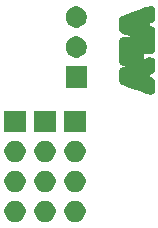
<source format=gbs>
G04 #@! TF.GenerationSoftware,KiCad,Pcbnew,(5.1.5)-3*
G04 #@! TF.CreationDate,2020-09-29T13:04:07-07:00*
G04 #@! TF.ProjectId,can_servo_x3_breakout,63616e5f-7365-4727-966f-5f78335f6272,rev?*
G04 #@! TF.SameCoordinates,Original*
G04 #@! TF.FileFunction,Soldermask,Bot*
G04 #@! TF.FilePolarity,Negative*
%FSLAX46Y46*%
G04 Gerber Fmt 4.6, Leading zero omitted, Abs format (unit mm)*
G04 Created by KiCad (PCBNEW (5.1.5)-3) date 2020-09-29 13:04:07*
%MOMM*%
%LPD*%
G04 APERTURE LIST*
%ADD10C,0.010000*%
%ADD11C,0.100000*%
G04 APERTURE END LIST*
D10*
G36*
X225882799Y-76251316D02*
G01*
X225885121Y-76374800D01*
X225889954Y-76464813D01*
X225898085Y-76530013D01*
X225910302Y-76579061D01*
X225927392Y-76620617D01*
X225931616Y-76629089D01*
X225944108Y-76653889D01*
X225956692Y-76675591D01*
X225973234Y-76695898D01*
X225997596Y-76716515D01*
X226033643Y-76739147D01*
X226085237Y-76765497D01*
X226156243Y-76797271D01*
X226250523Y-76836172D01*
X226371943Y-76883906D01*
X226524365Y-76942176D01*
X226711653Y-77012687D01*
X226937671Y-77097144D01*
X227206282Y-77197250D01*
X227291596Y-77229041D01*
X227560513Y-77328987D01*
X227786504Y-77412029D01*
X227974123Y-77479325D01*
X228127925Y-77532034D01*
X228252464Y-77571314D01*
X228352295Y-77598324D01*
X228431971Y-77614223D01*
X228496048Y-77620167D01*
X228549079Y-77617317D01*
X228595619Y-77606830D01*
X228640223Y-77589865D01*
X228665127Y-77578408D01*
X228728827Y-77541705D01*
X228776724Y-77495727D01*
X228810952Y-77433224D01*
X228833646Y-77346944D01*
X228846938Y-77229637D01*
X228852963Y-77074051D01*
X228854000Y-76936600D01*
X228853273Y-76778061D01*
X228850492Y-76661074D01*
X228844752Y-76576403D01*
X228835151Y-76514813D01*
X228820785Y-76467068D01*
X228804583Y-76431310D01*
X228747477Y-76356322D01*
X228655391Y-76292529D01*
X228521763Y-76235861D01*
X228453950Y-76213896D01*
X228418930Y-76195973D01*
X228401926Y-76160183D01*
X228396899Y-76091637D01*
X228396800Y-76073000D01*
X228400180Y-75996251D01*
X228414349Y-75955190D01*
X228445344Y-75934927D01*
X228453950Y-75932103D01*
X228606372Y-75877171D01*
X228714579Y-75816770D01*
X228785134Y-75746831D01*
X228804583Y-75714689D01*
X228823939Y-75670475D01*
X228837569Y-75619864D01*
X228846429Y-75553370D01*
X228851475Y-75461508D01*
X228853660Y-75334791D01*
X228854000Y-75223973D01*
X228851869Y-75040315D01*
X228844023Y-74899848D01*
X228828278Y-74795088D01*
X228802454Y-74718548D01*
X228764368Y-74662744D01*
X228711838Y-74620189D01*
X228671320Y-74597310D01*
X228556644Y-74558662D01*
X228425296Y-74554012D01*
X228269833Y-74583753D01*
X228142799Y-74625200D01*
X228048622Y-74659489D01*
X227974181Y-74685774D01*
X227931066Y-74699997D01*
X227925167Y-74701400D01*
X227920664Y-74677750D01*
X227917058Y-74613795D01*
X227914779Y-74520031D01*
X227914200Y-74434700D01*
X227914200Y-74168000D01*
X228245411Y-74168000D01*
X228390217Y-74166783D01*
X228494964Y-74162322D01*
X228570352Y-74153405D01*
X228627081Y-74138818D01*
X228671320Y-74119689D01*
X228717221Y-74094768D01*
X228754655Y-74068022D01*
X228784486Y-74034300D01*
X228807575Y-73988455D01*
X228824785Y-73925339D01*
X228836979Y-73839804D01*
X228845020Y-73726700D01*
X228849770Y-73580881D01*
X228852093Y-73397196D01*
X228852850Y-73170499D01*
X228852911Y-73035997D01*
X228852753Y-72803495D01*
X228852054Y-72616142D01*
X228850526Y-72468283D01*
X228847876Y-72354268D01*
X228843814Y-72268444D01*
X228838048Y-72205159D01*
X228830289Y-72158760D01*
X228820244Y-72123597D01*
X228807624Y-72094017D01*
X228804062Y-72086890D01*
X228746526Y-72011964D01*
X228653084Y-71947951D01*
X228517484Y-71890990D01*
X228453950Y-71870496D01*
X228418930Y-71852573D01*
X228401926Y-71816783D01*
X228396899Y-71748237D01*
X228396800Y-71729600D01*
X228400180Y-71652851D01*
X228414349Y-71611790D01*
X228445344Y-71591527D01*
X228453950Y-71588703D01*
X228606372Y-71533771D01*
X228714579Y-71473370D01*
X228785134Y-71403431D01*
X228804583Y-71371289D01*
X228823721Y-71327778D01*
X228837206Y-71278300D01*
X228845947Y-71213491D01*
X228850855Y-71123984D01*
X228852837Y-71000416D01*
X228852935Y-70873361D01*
X228851656Y-70714535D01*
X228848210Y-70597504D01*
X228841730Y-70513279D01*
X228831349Y-70452873D01*
X228816198Y-70407298D01*
X228805890Y-70385994D01*
X228750509Y-70313998D01*
X228678504Y-70256415D01*
X228673605Y-70253709D01*
X228628967Y-70231796D01*
X228584540Y-70216085D01*
X228535816Y-70207703D01*
X228478282Y-70207777D01*
X228407429Y-70217432D01*
X228318745Y-70237795D01*
X228207721Y-70269992D01*
X228069846Y-70315150D01*
X227900609Y-70374394D01*
X227695500Y-70448852D01*
X227450008Y-70539649D01*
X227290360Y-70599116D01*
X227008987Y-70704054D01*
X226771308Y-70792840D01*
X226573458Y-70867180D01*
X226411573Y-70928779D01*
X226281789Y-70979344D01*
X226180242Y-71020579D01*
X226103068Y-71054192D01*
X226046402Y-71081886D01*
X226006381Y-71105369D01*
X225979140Y-71126347D01*
X225960814Y-71146524D01*
X225947540Y-71167607D01*
X225935454Y-71191301D01*
X225931616Y-71198910D01*
X225913418Y-71239996D01*
X225900255Y-71286780D01*
X225891342Y-71347922D01*
X225885890Y-71432081D01*
X225883112Y-71547917D01*
X225882221Y-71704090D01*
X225882200Y-71742300D01*
X225882787Y-71907710D01*
X225885080Y-72031013D01*
X225889874Y-72120894D01*
X225897968Y-72186037D01*
X225910156Y-72235129D01*
X225927235Y-72276852D01*
X225932120Y-72286675D01*
X225951493Y-72320648D01*
X225975719Y-72350828D01*
X226010211Y-72379865D01*
X226060378Y-72410411D01*
X226131634Y-72445117D01*
X226229389Y-72486636D01*
X226359055Y-72537619D01*
X226526044Y-72600716D01*
X226720336Y-72672872D01*
X227088572Y-72809100D01*
X226606036Y-72821800D01*
X226415898Y-72827772D01*
X226269547Y-72835665D01*
X226159972Y-72847366D01*
X226080159Y-72864765D01*
X226023095Y-72889749D01*
X225981769Y-72924207D01*
X225949168Y-72970027D01*
X225930962Y-73003593D01*
X225918028Y-73031838D01*
X225907597Y-73064252D01*
X225899402Y-73106298D01*
X225893177Y-73163439D01*
X225888653Y-73241139D01*
X225885565Y-73344860D01*
X225883644Y-73480066D01*
X225882624Y-73652219D01*
X225882238Y-73866783D01*
X225882200Y-74001026D01*
X225882416Y-74242604D01*
X225883225Y-74438777D01*
X225884864Y-74594938D01*
X225887573Y-74716481D01*
X225891590Y-74808800D01*
X225897154Y-74877287D01*
X225904504Y-74927337D01*
X225913878Y-74964343D01*
X225925515Y-74993699D01*
X225926191Y-74995127D01*
X225979311Y-75075402D01*
X226054608Y-75131379D01*
X226159677Y-75166134D01*
X226302109Y-75182743D01*
X226395538Y-75185241D01*
X226631500Y-75186483D01*
X226466400Y-75248817D01*
X226285922Y-75317175D01*
X226147025Y-75374093D01*
X226044270Y-75427362D01*
X225972220Y-75484772D01*
X225925436Y-75554114D01*
X225898480Y-75643178D01*
X225885913Y-75759755D01*
X225882296Y-75911636D01*
X225882200Y-76085700D01*
X225882799Y-76251316D01*
G37*
X225882799Y-76251316D02*
X225885121Y-76374800D01*
X225889954Y-76464813D01*
X225898085Y-76530013D01*
X225910302Y-76579061D01*
X225927392Y-76620617D01*
X225931616Y-76629089D01*
X225944108Y-76653889D01*
X225956692Y-76675591D01*
X225973234Y-76695898D01*
X225997596Y-76716515D01*
X226033643Y-76739147D01*
X226085237Y-76765497D01*
X226156243Y-76797271D01*
X226250523Y-76836172D01*
X226371943Y-76883906D01*
X226524365Y-76942176D01*
X226711653Y-77012687D01*
X226937671Y-77097144D01*
X227206282Y-77197250D01*
X227291596Y-77229041D01*
X227560513Y-77328987D01*
X227786504Y-77412029D01*
X227974123Y-77479325D01*
X228127925Y-77532034D01*
X228252464Y-77571314D01*
X228352295Y-77598324D01*
X228431971Y-77614223D01*
X228496048Y-77620167D01*
X228549079Y-77617317D01*
X228595619Y-77606830D01*
X228640223Y-77589865D01*
X228665127Y-77578408D01*
X228728827Y-77541705D01*
X228776724Y-77495727D01*
X228810952Y-77433224D01*
X228833646Y-77346944D01*
X228846938Y-77229637D01*
X228852963Y-77074051D01*
X228854000Y-76936600D01*
X228853273Y-76778061D01*
X228850492Y-76661074D01*
X228844752Y-76576403D01*
X228835151Y-76514813D01*
X228820785Y-76467068D01*
X228804583Y-76431310D01*
X228747477Y-76356322D01*
X228655391Y-76292529D01*
X228521763Y-76235861D01*
X228453950Y-76213896D01*
X228418930Y-76195973D01*
X228401926Y-76160183D01*
X228396899Y-76091637D01*
X228396800Y-76073000D01*
X228400180Y-75996251D01*
X228414349Y-75955190D01*
X228445344Y-75934927D01*
X228453950Y-75932103D01*
X228606372Y-75877171D01*
X228714579Y-75816770D01*
X228785134Y-75746831D01*
X228804583Y-75714689D01*
X228823939Y-75670475D01*
X228837569Y-75619864D01*
X228846429Y-75553370D01*
X228851475Y-75461508D01*
X228853660Y-75334791D01*
X228854000Y-75223973D01*
X228851869Y-75040315D01*
X228844023Y-74899848D01*
X228828278Y-74795088D01*
X228802454Y-74718548D01*
X228764368Y-74662744D01*
X228711838Y-74620189D01*
X228671320Y-74597310D01*
X228556644Y-74558662D01*
X228425296Y-74554012D01*
X228269833Y-74583753D01*
X228142799Y-74625200D01*
X228048622Y-74659489D01*
X227974181Y-74685774D01*
X227931066Y-74699997D01*
X227925167Y-74701400D01*
X227920664Y-74677750D01*
X227917058Y-74613795D01*
X227914779Y-74520031D01*
X227914200Y-74434700D01*
X227914200Y-74168000D01*
X228245411Y-74168000D01*
X228390217Y-74166783D01*
X228494964Y-74162322D01*
X228570352Y-74153405D01*
X228627081Y-74138818D01*
X228671320Y-74119689D01*
X228717221Y-74094768D01*
X228754655Y-74068022D01*
X228784486Y-74034300D01*
X228807575Y-73988455D01*
X228824785Y-73925339D01*
X228836979Y-73839804D01*
X228845020Y-73726700D01*
X228849770Y-73580881D01*
X228852093Y-73397196D01*
X228852850Y-73170499D01*
X228852911Y-73035997D01*
X228852753Y-72803495D01*
X228852054Y-72616142D01*
X228850526Y-72468283D01*
X228847876Y-72354268D01*
X228843814Y-72268444D01*
X228838048Y-72205159D01*
X228830289Y-72158760D01*
X228820244Y-72123597D01*
X228807624Y-72094017D01*
X228804062Y-72086890D01*
X228746526Y-72011964D01*
X228653084Y-71947951D01*
X228517484Y-71890990D01*
X228453950Y-71870496D01*
X228418930Y-71852573D01*
X228401926Y-71816783D01*
X228396899Y-71748237D01*
X228396800Y-71729600D01*
X228400180Y-71652851D01*
X228414349Y-71611790D01*
X228445344Y-71591527D01*
X228453950Y-71588703D01*
X228606372Y-71533771D01*
X228714579Y-71473370D01*
X228785134Y-71403431D01*
X228804583Y-71371289D01*
X228823721Y-71327778D01*
X228837206Y-71278300D01*
X228845947Y-71213491D01*
X228850855Y-71123984D01*
X228852837Y-71000416D01*
X228852935Y-70873361D01*
X228851656Y-70714535D01*
X228848210Y-70597504D01*
X228841730Y-70513279D01*
X228831349Y-70452873D01*
X228816198Y-70407298D01*
X228805890Y-70385994D01*
X228750509Y-70313998D01*
X228678504Y-70256415D01*
X228673605Y-70253709D01*
X228628967Y-70231796D01*
X228584540Y-70216085D01*
X228535816Y-70207703D01*
X228478282Y-70207777D01*
X228407429Y-70217432D01*
X228318745Y-70237795D01*
X228207721Y-70269992D01*
X228069846Y-70315150D01*
X227900609Y-70374394D01*
X227695500Y-70448852D01*
X227450008Y-70539649D01*
X227290360Y-70599116D01*
X227008987Y-70704054D01*
X226771308Y-70792840D01*
X226573458Y-70867180D01*
X226411573Y-70928779D01*
X226281789Y-70979344D01*
X226180242Y-71020579D01*
X226103068Y-71054192D01*
X226046402Y-71081886D01*
X226006381Y-71105369D01*
X225979140Y-71126347D01*
X225960814Y-71146524D01*
X225947540Y-71167607D01*
X225935454Y-71191301D01*
X225931616Y-71198910D01*
X225913418Y-71239996D01*
X225900255Y-71286780D01*
X225891342Y-71347922D01*
X225885890Y-71432081D01*
X225883112Y-71547917D01*
X225882221Y-71704090D01*
X225882200Y-71742300D01*
X225882787Y-71907710D01*
X225885080Y-72031013D01*
X225889874Y-72120894D01*
X225897968Y-72186037D01*
X225910156Y-72235129D01*
X225927235Y-72276852D01*
X225932120Y-72286675D01*
X225951493Y-72320648D01*
X225975719Y-72350828D01*
X226010211Y-72379865D01*
X226060378Y-72410411D01*
X226131634Y-72445117D01*
X226229389Y-72486636D01*
X226359055Y-72537619D01*
X226526044Y-72600716D01*
X226720336Y-72672872D01*
X227088572Y-72809100D01*
X226606036Y-72821800D01*
X226415898Y-72827772D01*
X226269547Y-72835665D01*
X226159972Y-72847366D01*
X226080159Y-72864765D01*
X226023095Y-72889749D01*
X225981769Y-72924207D01*
X225949168Y-72970027D01*
X225930962Y-73003593D01*
X225918028Y-73031838D01*
X225907597Y-73064252D01*
X225899402Y-73106298D01*
X225893177Y-73163439D01*
X225888653Y-73241139D01*
X225885565Y-73344860D01*
X225883644Y-73480066D01*
X225882624Y-73652219D01*
X225882238Y-73866783D01*
X225882200Y-74001026D01*
X225882416Y-74242604D01*
X225883225Y-74438777D01*
X225884864Y-74594938D01*
X225887573Y-74716481D01*
X225891590Y-74808800D01*
X225897154Y-74877287D01*
X225904504Y-74927337D01*
X225913878Y-74964343D01*
X225925515Y-74993699D01*
X225926191Y-74995127D01*
X225979311Y-75075402D01*
X226054608Y-75131379D01*
X226159677Y-75166134D01*
X226302109Y-75182743D01*
X226395538Y-75185241D01*
X226631500Y-75186483D01*
X226466400Y-75248817D01*
X226285922Y-75317175D01*
X226147025Y-75374093D01*
X226044270Y-75427362D01*
X225972220Y-75484772D01*
X225925436Y-75554114D01*
X225898480Y-75643178D01*
X225885913Y-75759755D01*
X225882296Y-75911636D01*
X225882200Y-76085700D01*
X225882799Y-76251316D01*
D11*
G36*
X219721912Y-86683127D02*
G01*
X219871212Y-86712824D01*
X220035184Y-86780744D01*
X220182754Y-86879347D01*
X220308253Y-87004846D01*
X220406856Y-87152416D01*
X220474776Y-87316388D01*
X220509400Y-87490459D01*
X220509400Y-87667941D01*
X220474776Y-87842012D01*
X220406856Y-88005984D01*
X220308253Y-88153554D01*
X220182754Y-88279053D01*
X220035184Y-88377656D01*
X219871212Y-88445576D01*
X219721912Y-88475273D01*
X219697142Y-88480200D01*
X219519658Y-88480200D01*
X219494888Y-88475273D01*
X219345588Y-88445576D01*
X219181616Y-88377656D01*
X219034046Y-88279053D01*
X218908547Y-88153554D01*
X218809944Y-88005984D01*
X218742024Y-87842012D01*
X218707400Y-87667941D01*
X218707400Y-87490459D01*
X218742024Y-87316388D01*
X218809944Y-87152416D01*
X218908547Y-87004846D01*
X219034046Y-86879347D01*
X219181616Y-86780744D01*
X219345588Y-86712824D01*
X219494888Y-86683127D01*
X219519658Y-86678200D01*
X219697142Y-86678200D01*
X219721912Y-86683127D01*
G37*
G36*
X217181912Y-86683127D02*
G01*
X217331212Y-86712824D01*
X217495184Y-86780744D01*
X217642754Y-86879347D01*
X217768253Y-87004846D01*
X217866856Y-87152416D01*
X217934776Y-87316388D01*
X217969400Y-87490459D01*
X217969400Y-87667941D01*
X217934776Y-87842012D01*
X217866856Y-88005984D01*
X217768253Y-88153554D01*
X217642754Y-88279053D01*
X217495184Y-88377656D01*
X217331212Y-88445576D01*
X217181912Y-88475273D01*
X217157142Y-88480200D01*
X216979658Y-88480200D01*
X216954888Y-88475273D01*
X216805588Y-88445576D01*
X216641616Y-88377656D01*
X216494046Y-88279053D01*
X216368547Y-88153554D01*
X216269944Y-88005984D01*
X216202024Y-87842012D01*
X216167400Y-87667941D01*
X216167400Y-87490459D01*
X216202024Y-87316388D01*
X216269944Y-87152416D01*
X216368547Y-87004846D01*
X216494046Y-86879347D01*
X216641616Y-86780744D01*
X216805588Y-86712824D01*
X216954888Y-86683127D01*
X216979658Y-86678200D01*
X217157142Y-86678200D01*
X217181912Y-86683127D01*
G37*
G36*
X222261912Y-86683127D02*
G01*
X222411212Y-86712824D01*
X222575184Y-86780744D01*
X222722754Y-86879347D01*
X222848253Y-87004846D01*
X222946856Y-87152416D01*
X223014776Y-87316388D01*
X223049400Y-87490459D01*
X223049400Y-87667941D01*
X223014776Y-87842012D01*
X222946856Y-88005984D01*
X222848253Y-88153554D01*
X222722754Y-88279053D01*
X222575184Y-88377656D01*
X222411212Y-88445576D01*
X222261912Y-88475273D01*
X222237142Y-88480200D01*
X222059658Y-88480200D01*
X222034888Y-88475273D01*
X221885588Y-88445576D01*
X221721616Y-88377656D01*
X221574046Y-88279053D01*
X221448547Y-88153554D01*
X221349944Y-88005984D01*
X221282024Y-87842012D01*
X221247400Y-87667941D01*
X221247400Y-87490459D01*
X221282024Y-87316388D01*
X221349944Y-87152416D01*
X221448547Y-87004846D01*
X221574046Y-86879347D01*
X221721616Y-86780744D01*
X221885588Y-86712824D01*
X222034888Y-86683127D01*
X222059658Y-86678200D01*
X222237142Y-86678200D01*
X222261912Y-86683127D01*
G37*
G36*
X217181912Y-84143127D02*
G01*
X217331212Y-84172824D01*
X217495184Y-84240744D01*
X217642754Y-84339347D01*
X217768253Y-84464846D01*
X217866856Y-84612416D01*
X217934776Y-84776388D01*
X217969400Y-84950459D01*
X217969400Y-85127941D01*
X217934776Y-85302012D01*
X217866856Y-85465984D01*
X217768253Y-85613554D01*
X217642754Y-85739053D01*
X217495184Y-85837656D01*
X217331212Y-85905576D01*
X217181912Y-85935273D01*
X217157142Y-85940200D01*
X216979658Y-85940200D01*
X216954888Y-85935273D01*
X216805588Y-85905576D01*
X216641616Y-85837656D01*
X216494046Y-85739053D01*
X216368547Y-85613554D01*
X216269944Y-85465984D01*
X216202024Y-85302012D01*
X216167400Y-85127941D01*
X216167400Y-84950459D01*
X216202024Y-84776388D01*
X216269944Y-84612416D01*
X216368547Y-84464846D01*
X216494046Y-84339347D01*
X216641616Y-84240744D01*
X216805588Y-84172824D01*
X216954888Y-84143127D01*
X216979658Y-84138200D01*
X217157142Y-84138200D01*
X217181912Y-84143127D01*
G37*
G36*
X219721912Y-84143127D02*
G01*
X219871212Y-84172824D01*
X220035184Y-84240744D01*
X220182754Y-84339347D01*
X220308253Y-84464846D01*
X220406856Y-84612416D01*
X220474776Y-84776388D01*
X220509400Y-84950459D01*
X220509400Y-85127941D01*
X220474776Y-85302012D01*
X220406856Y-85465984D01*
X220308253Y-85613554D01*
X220182754Y-85739053D01*
X220035184Y-85837656D01*
X219871212Y-85905576D01*
X219721912Y-85935273D01*
X219697142Y-85940200D01*
X219519658Y-85940200D01*
X219494888Y-85935273D01*
X219345588Y-85905576D01*
X219181616Y-85837656D01*
X219034046Y-85739053D01*
X218908547Y-85613554D01*
X218809944Y-85465984D01*
X218742024Y-85302012D01*
X218707400Y-85127941D01*
X218707400Y-84950459D01*
X218742024Y-84776388D01*
X218809944Y-84612416D01*
X218908547Y-84464846D01*
X219034046Y-84339347D01*
X219181616Y-84240744D01*
X219345588Y-84172824D01*
X219494888Y-84143127D01*
X219519658Y-84138200D01*
X219697142Y-84138200D01*
X219721912Y-84143127D01*
G37*
G36*
X222261912Y-84143127D02*
G01*
X222411212Y-84172824D01*
X222575184Y-84240744D01*
X222722754Y-84339347D01*
X222848253Y-84464846D01*
X222946856Y-84612416D01*
X223014776Y-84776388D01*
X223049400Y-84950459D01*
X223049400Y-85127941D01*
X223014776Y-85302012D01*
X222946856Y-85465984D01*
X222848253Y-85613554D01*
X222722754Y-85739053D01*
X222575184Y-85837656D01*
X222411212Y-85905576D01*
X222261912Y-85935273D01*
X222237142Y-85940200D01*
X222059658Y-85940200D01*
X222034888Y-85935273D01*
X221885588Y-85905576D01*
X221721616Y-85837656D01*
X221574046Y-85739053D01*
X221448547Y-85613554D01*
X221349944Y-85465984D01*
X221282024Y-85302012D01*
X221247400Y-85127941D01*
X221247400Y-84950459D01*
X221282024Y-84776388D01*
X221349944Y-84612416D01*
X221448547Y-84464846D01*
X221574046Y-84339347D01*
X221721616Y-84240744D01*
X221885588Y-84172824D01*
X222034888Y-84143127D01*
X222059658Y-84138200D01*
X222237142Y-84138200D01*
X222261912Y-84143127D01*
G37*
G36*
X222261912Y-81603127D02*
G01*
X222411212Y-81632824D01*
X222575184Y-81700744D01*
X222722754Y-81799347D01*
X222848253Y-81924846D01*
X222946856Y-82072416D01*
X223014776Y-82236388D01*
X223049400Y-82410459D01*
X223049400Y-82587941D01*
X223014776Y-82762012D01*
X222946856Y-82925984D01*
X222848253Y-83073554D01*
X222722754Y-83199053D01*
X222575184Y-83297656D01*
X222411212Y-83365576D01*
X222261912Y-83395273D01*
X222237142Y-83400200D01*
X222059658Y-83400200D01*
X222034888Y-83395273D01*
X221885588Y-83365576D01*
X221721616Y-83297656D01*
X221574046Y-83199053D01*
X221448547Y-83073554D01*
X221349944Y-82925984D01*
X221282024Y-82762012D01*
X221247400Y-82587941D01*
X221247400Y-82410459D01*
X221282024Y-82236388D01*
X221349944Y-82072416D01*
X221448547Y-81924846D01*
X221574046Y-81799347D01*
X221721616Y-81700744D01*
X221885588Y-81632824D01*
X222034888Y-81603127D01*
X222059658Y-81598200D01*
X222237142Y-81598200D01*
X222261912Y-81603127D01*
G37*
G36*
X217181912Y-81603127D02*
G01*
X217331212Y-81632824D01*
X217495184Y-81700744D01*
X217642754Y-81799347D01*
X217768253Y-81924846D01*
X217866856Y-82072416D01*
X217934776Y-82236388D01*
X217969400Y-82410459D01*
X217969400Y-82587941D01*
X217934776Y-82762012D01*
X217866856Y-82925984D01*
X217768253Y-83073554D01*
X217642754Y-83199053D01*
X217495184Y-83297656D01*
X217331212Y-83365576D01*
X217181912Y-83395273D01*
X217157142Y-83400200D01*
X216979658Y-83400200D01*
X216954888Y-83395273D01*
X216805588Y-83365576D01*
X216641616Y-83297656D01*
X216494046Y-83199053D01*
X216368547Y-83073554D01*
X216269944Y-82925984D01*
X216202024Y-82762012D01*
X216167400Y-82587941D01*
X216167400Y-82410459D01*
X216202024Y-82236388D01*
X216269944Y-82072416D01*
X216368547Y-81924846D01*
X216494046Y-81799347D01*
X216641616Y-81700744D01*
X216805588Y-81632824D01*
X216954888Y-81603127D01*
X216979658Y-81598200D01*
X217157142Y-81598200D01*
X217181912Y-81603127D01*
G37*
G36*
X219721912Y-81603127D02*
G01*
X219871212Y-81632824D01*
X220035184Y-81700744D01*
X220182754Y-81799347D01*
X220308253Y-81924846D01*
X220406856Y-82072416D01*
X220474776Y-82236388D01*
X220509400Y-82410459D01*
X220509400Y-82587941D01*
X220474776Y-82762012D01*
X220406856Y-82925984D01*
X220308253Y-83073554D01*
X220182754Y-83199053D01*
X220035184Y-83297656D01*
X219871212Y-83365576D01*
X219721912Y-83395273D01*
X219697142Y-83400200D01*
X219519658Y-83400200D01*
X219494888Y-83395273D01*
X219345588Y-83365576D01*
X219181616Y-83297656D01*
X219034046Y-83199053D01*
X218908547Y-83073554D01*
X218809944Y-82925984D01*
X218742024Y-82762012D01*
X218707400Y-82587941D01*
X218707400Y-82410459D01*
X218742024Y-82236388D01*
X218809944Y-82072416D01*
X218908547Y-81924846D01*
X219034046Y-81799347D01*
X219181616Y-81700744D01*
X219345588Y-81632824D01*
X219494888Y-81603127D01*
X219519658Y-81598200D01*
X219697142Y-81598200D01*
X219721912Y-81603127D01*
G37*
G36*
X223049400Y-80860200D02*
G01*
X221247400Y-80860200D01*
X221247400Y-79058200D01*
X223049400Y-79058200D01*
X223049400Y-80860200D01*
G37*
G36*
X217969400Y-80860200D02*
G01*
X216167400Y-80860200D01*
X216167400Y-79058200D01*
X217969400Y-79058200D01*
X217969400Y-80860200D01*
G37*
G36*
X220509400Y-80860200D02*
G01*
X218707400Y-80860200D01*
X218707400Y-79058200D01*
X220509400Y-79058200D01*
X220509400Y-80860200D01*
G37*
G36*
X223151000Y-77101000D02*
G01*
X221349000Y-77101000D01*
X221349000Y-75299000D01*
X223151000Y-75299000D01*
X223151000Y-77101000D01*
G37*
G36*
X222363512Y-72763927D02*
G01*
X222512812Y-72793624D01*
X222676784Y-72861544D01*
X222824354Y-72960147D01*
X222949853Y-73085646D01*
X223048456Y-73233216D01*
X223116376Y-73397188D01*
X223151000Y-73571259D01*
X223151000Y-73748741D01*
X223116376Y-73922812D01*
X223048456Y-74086784D01*
X222949853Y-74234354D01*
X222824354Y-74359853D01*
X222676784Y-74458456D01*
X222512812Y-74526376D01*
X222363512Y-74556073D01*
X222338742Y-74561000D01*
X222161258Y-74561000D01*
X222136488Y-74556073D01*
X221987188Y-74526376D01*
X221823216Y-74458456D01*
X221675646Y-74359853D01*
X221550147Y-74234354D01*
X221451544Y-74086784D01*
X221383624Y-73922812D01*
X221349000Y-73748741D01*
X221349000Y-73571259D01*
X221383624Y-73397188D01*
X221451544Y-73233216D01*
X221550147Y-73085646D01*
X221675646Y-72960147D01*
X221823216Y-72861544D01*
X221987188Y-72793624D01*
X222136488Y-72763927D01*
X222161258Y-72759000D01*
X222338742Y-72759000D01*
X222363512Y-72763927D01*
G37*
G36*
X222363512Y-70223927D02*
G01*
X222512812Y-70253624D01*
X222676784Y-70321544D01*
X222824354Y-70420147D01*
X222949853Y-70545646D01*
X223048456Y-70693216D01*
X223116376Y-70857188D01*
X223151000Y-71031259D01*
X223151000Y-71208741D01*
X223116376Y-71382812D01*
X223048456Y-71546784D01*
X222949853Y-71694354D01*
X222824354Y-71819853D01*
X222676784Y-71918456D01*
X222512812Y-71986376D01*
X222363512Y-72016073D01*
X222338742Y-72021000D01*
X222161258Y-72021000D01*
X222136488Y-72016073D01*
X221987188Y-71986376D01*
X221823216Y-71918456D01*
X221675646Y-71819853D01*
X221550147Y-71694354D01*
X221451544Y-71546784D01*
X221383624Y-71382812D01*
X221349000Y-71208741D01*
X221349000Y-71031259D01*
X221383624Y-70857188D01*
X221451544Y-70693216D01*
X221550147Y-70545646D01*
X221675646Y-70420147D01*
X221823216Y-70321544D01*
X221987188Y-70253624D01*
X222136488Y-70223927D01*
X222161258Y-70219000D01*
X222338742Y-70219000D01*
X222363512Y-70223927D01*
G37*
M02*

</source>
